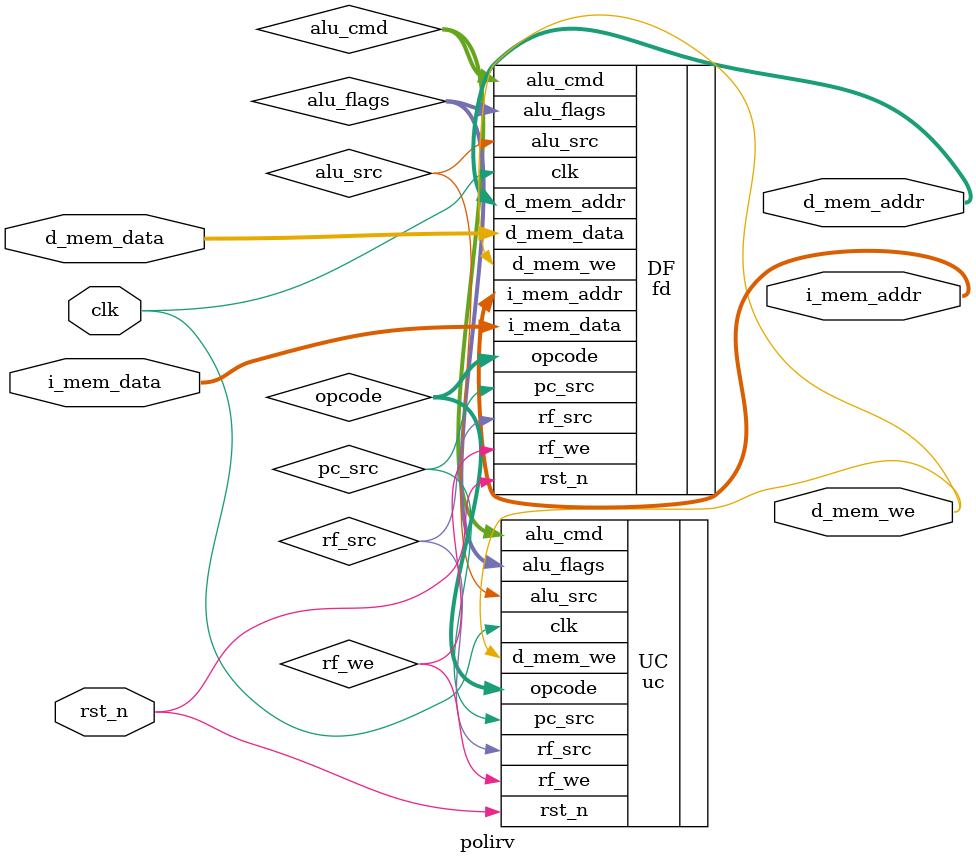
<source format=v>
module polirv  
    #(
        parameter i_addr_bits = 6,
        parameter d_addr_bits = 6
    ) (
        input clk, rst_n,                       // clock borda subida, reset assíncrono ativo baixo
        output [i_addr_bits-1:0] i_mem_addr,
        input  [31:0]            i_mem_data,
        output                   d_mem_we,
        output [d_addr_bits-1:0] d_mem_addr,
        inout  [63:0]            d_mem_data
    );

    
  
  
    /* Conexoes entre uc e fd */
    wire [6:0] opcode;
    wire d_mem_we;
    wire rf_we;
    wire [3:0] alu_cmd;
    wire [3:0] alu_flags;
    wire alu_src, pc_src, rf_src;
    


    uc UC(.clk(clk), .rst_n(rst_n),
          .opcode(opcode),
          .d_mem_we(d_mem_we), .rf_we(rf_we),
          .alu_flags(alu_flags),
          .alu_cmd(alu_cmd),
          .alu_src(alu_src), .pc_src(pc_src), .rf_src(rf_src));


    
    fd DF(.clk(clk), .rst_n(rst_n),
          .opcode(opcode),
          .d_mem_we(d_mem_we), .rf_we(rf_we),
          .alu_flags(alu_flags),
          .alu_cmd(alu_cmd),
          .alu_src(alu_src),
          .pc_src(pc_src),
          .rf_src(rf_src),
          .i_mem_addr(i_mem_addr),
          .i_mem_data(i_mem_data),
          .d_mem_addr(d_mem_addr),
          .d_mem_data(d_mem_data));


endmodule
</source>
